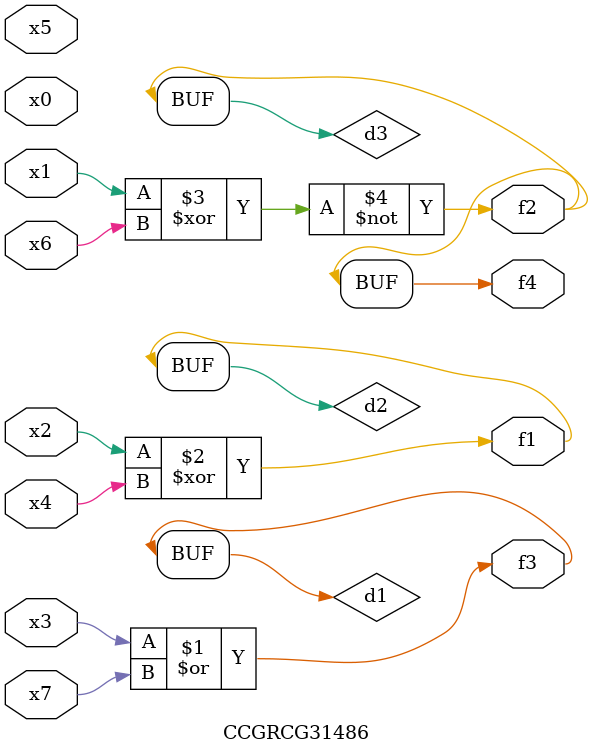
<source format=v>
module CCGRCG31486(
	input x0, x1, x2, x3, x4, x5, x6, x7,
	output f1, f2, f3, f4
);

	wire d1, d2, d3;

	or (d1, x3, x7);
	xor (d2, x2, x4);
	xnor (d3, x1, x6);
	assign f1 = d2;
	assign f2 = d3;
	assign f3 = d1;
	assign f4 = d3;
endmodule

</source>
